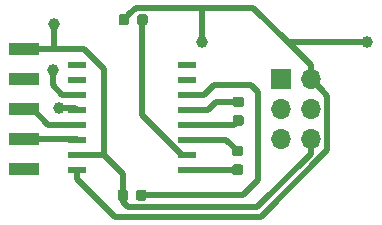
<source format=gbr>
G04 #@! TF.GenerationSoftware,KiCad,Pcbnew,5.0.1-33cea8e~68~ubuntu18.04.1*
G04 #@! TF.CreationDate,2018-10-31T23:38:40+01:00*
G04 #@! TF.ProjectId,tiny85 spi controller,74696E7938352073706920636F6E7472,rev?*
G04 #@! TF.SameCoordinates,PX76b1be0PY3ba3490*
G04 #@! TF.FileFunction,Copper,L1,Top,Signal*
G04 #@! TF.FilePolarity,Positive*
%FSLAX46Y46*%
G04 Gerber Fmt 4.6, Leading zero omitted, Abs format (unit mm)*
G04 Created by KiCad (PCBNEW 5.0.1-33cea8e~68~ubuntu18.04.1) date Wed 31 Oct 2018 11:38:40 PM CET*
%MOMM*%
%LPD*%
G01*
G04 APERTURE LIST*
G04 #@! TA.AperFunction,Conductor*
%ADD10C,0.100000*%
G04 #@! TD*
G04 #@! TA.AperFunction,SMDPad,CuDef*
%ADD11C,0.875000*%
G04 #@! TD*
G04 #@! TA.AperFunction,ComponentPad*
%ADD12R,1.700000X1.700000*%
G04 #@! TD*
G04 #@! TA.AperFunction,ComponentPad*
%ADD13O,1.700000X1.700000*%
G04 #@! TD*
G04 #@! TA.AperFunction,SMDPad,CuDef*
%ADD14R,2.500000X1.000000*%
G04 #@! TD*
G04 #@! TA.AperFunction,SMDPad,CuDef*
%ADD15R,1.500000X0.600000*%
G04 #@! TD*
G04 #@! TA.AperFunction,ViaPad*
%ADD16C,1.000000*%
G04 #@! TD*
G04 #@! TA.AperFunction,Conductor*
%ADD17C,0.500000*%
G04 #@! TD*
G04 APERTURE END LIST*
D10*
G04 #@! TO.N,Net-(C1-Pad2)*
G04 #@! TO.C,C1*
G36*
X10565191Y17606247D02*
X10586426Y17603097D01*
X10607250Y17597881D01*
X10627462Y17590649D01*
X10646868Y17581470D01*
X10665281Y17570434D01*
X10682524Y17557646D01*
X10698430Y17543230D01*
X10712846Y17527324D01*
X10725634Y17510081D01*
X10736670Y17491668D01*
X10745849Y17472262D01*
X10753081Y17452050D01*
X10758297Y17431226D01*
X10761447Y17409991D01*
X10762500Y17388550D01*
X10762500Y16876050D01*
X10761447Y16854609D01*
X10758297Y16833374D01*
X10753081Y16812550D01*
X10745849Y16792338D01*
X10736670Y16772932D01*
X10725634Y16754519D01*
X10712846Y16737276D01*
X10698430Y16721370D01*
X10682524Y16706954D01*
X10665281Y16694166D01*
X10646868Y16683130D01*
X10627462Y16673951D01*
X10607250Y16666719D01*
X10586426Y16661503D01*
X10565191Y16658353D01*
X10543750Y16657300D01*
X10106250Y16657300D01*
X10084809Y16658353D01*
X10063574Y16661503D01*
X10042750Y16666719D01*
X10022538Y16673951D01*
X10003132Y16683130D01*
X9984719Y16694166D01*
X9967476Y16706954D01*
X9951570Y16721370D01*
X9937154Y16737276D01*
X9924366Y16754519D01*
X9913330Y16772932D01*
X9904151Y16792338D01*
X9896919Y16812550D01*
X9891703Y16833374D01*
X9888553Y16854609D01*
X9887500Y16876050D01*
X9887500Y17388550D01*
X9888553Y17409991D01*
X9891703Y17431226D01*
X9896919Y17452050D01*
X9904151Y17472262D01*
X9913330Y17491668D01*
X9924366Y17510081D01*
X9937154Y17527324D01*
X9951570Y17543230D01*
X9967476Y17557646D01*
X9984719Y17570434D01*
X10003132Y17581470D01*
X10022538Y17590649D01*
X10042750Y17597881D01*
X10063574Y17603097D01*
X10084809Y17606247D01*
X10106250Y17607300D01*
X10543750Y17607300D01*
X10565191Y17606247D01*
X10565191Y17606247D01*
G37*
D11*
G04 #@! TD*
G04 #@! TO.P,C1,2*
G04 #@! TO.N,Net-(C1-Pad2)*
X10325000Y17132300D03*
D10*
G04 #@! TO.N,Net-(C1-Pad1)*
G04 #@! TO.C,C1*
G36*
X12140191Y17606247D02*
X12161426Y17603097D01*
X12182250Y17597881D01*
X12202462Y17590649D01*
X12221868Y17581470D01*
X12240281Y17570434D01*
X12257524Y17557646D01*
X12273430Y17543230D01*
X12287846Y17527324D01*
X12300634Y17510081D01*
X12311670Y17491668D01*
X12320849Y17472262D01*
X12328081Y17452050D01*
X12333297Y17431226D01*
X12336447Y17409991D01*
X12337500Y17388550D01*
X12337500Y16876050D01*
X12336447Y16854609D01*
X12333297Y16833374D01*
X12328081Y16812550D01*
X12320849Y16792338D01*
X12311670Y16772932D01*
X12300634Y16754519D01*
X12287846Y16737276D01*
X12273430Y16721370D01*
X12257524Y16706954D01*
X12240281Y16694166D01*
X12221868Y16683130D01*
X12202462Y16673951D01*
X12182250Y16666719D01*
X12161426Y16661503D01*
X12140191Y16658353D01*
X12118750Y16657300D01*
X11681250Y16657300D01*
X11659809Y16658353D01*
X11638574Y16661503D01*
X11617750Y16666719D01*
X11597538Y16673951D01*
X11578132Y16683130D01*
X11559719Y16694166D01*
X11542476Y16706954D01*
X11526570Y16721370D01*
X11512154Y16737276D01*
X11499366Y16754519D01*
X11488330Y16772932D01*
X11479151Y16792338D01*
X11471919Y16812550D01*
X11466703Y16833374D01*
X11463553Y16854609D01*
X11462500Y16876050D01*
X11462500Y17388550D01*
X11463553Y17409991D01*
X11466703Y17431226D01*
X11471919Y17452050D01*
X11479151Y17472262D01*
X11488330Y17491668D01*
X11499366Y17510081D01*
X11512154Y17527324D01*
X11526570Y17543230D01*
X11542476Y17557646D01*
X11559719Y17570434D01*
X11578132Y17581470D01*
X11597538Y17590649D01*
X11617750Y17597881D01*
X11638574Y17603097D01*
X11659809Y17606247D01*
X11681250Y17607300D01*
X12118750Y17607300D01*
X12140191Y17606247D01*
X12140191Y17606247D01*
G37*
D11*
G04 #@! TD*
G04 #@! TO.P,C1,1*
G04 #@! TO.N,Net-(C1-Pad1)*
X11900000Y17132300D03*
D10*
G04 #@! TO.N,Net-(C2-Pad1)*
G04 #@! TO.C,C2*
G36*
X20292891Y10621947D02*
X20314126Y10618797D01*
X20334950Y10613581D01*
X20355162Y10606349D01*
X20374568Y10597170D01*
X20392981Y10586134D01*
X20410224Y10573346D01*
X20426130Y10558930D01*
X20440546Y10543024D01*
X20453334Y10525781D01*
X20464370Y10507368D01*
X20473549Y10487962D01*
X20480781Y10467750D01*
X20485997Y10446926D01*
X20489147Y10425691D01*
X20490200Y10404250D01*
X20490200Y9966750D01*
X20489147Y9945309D01*
X20485997Y9924074D01*
X20480781Y9903250D01*
X20473549Y9883038D01*
X20464370Y9863632D01*
X20453334Y9845219D01*
X20440546Y9827976D01*
X20426130Y9812070D01*
X20410224Y9797654D01*
X20392981Y9784866D01*
X20374568Y9773830D01*
X20355162Y9764651D01*
X20334950Y9757419D01*
X20314126Y9752203D01*
X20292891Y9749053D01*
X20271450Y9748000D01*
X19758950Y9748000D01*
X19737509Y9749053D01*
X19716274Y9752203D01*
X19695450Y9757419D01*
X19675238Y9764651D01*
X19655832Y9773830D01*
X19637419Y9784866D01*
X19620176Y9797654D01*
X19604270Y9812070D01*
X19589854Y9827976D01*
X19577066Y9845219D01*
X19566030Y9863632D01*
X19556851Y9883038D01*
X19549619Y9903250D01*
X19544403Y9924074D01*
X19541253Y9945309D01*
X19540200Y9966750D01*
X19540200Y10404250D01*
X19541253Y10425691D01*
X19544403Y10446926D01*
X19549619Y10467750D01*
X19556851Y10487962D01*
X19566030Y10507368D01*
X19577066Y10525781D01*
X19589854Y10543024D01*
X19604270Y10558930D01*
X19620176Y10573346D01*
X19637419Y10586134D01*
X19655832Y10597170D01*
X19675238Y10606349D01*
X19695450Y10613581D01*
X19716274Y10618797D01*
X19737509Y10621947D01*
X19758950Y10623000D01*
X20271450Y10623000D01*
X20292891Y10621947D01*
X20292891Y10621947D01*
G37*
D11*
G04 #@! TD*
G04 #@! TO.P,C2,1*
G04 #@! TO.N,Net-(C2-Pad1)*
X20015200Y10185500D03*
D10*
G04 #@! TO.N,Net-(C2-Pad2)*
G04 #@! TO.C,C2*
G36*
X20292891Y9046947D02*
X20314126Y9043797D01*
X20334950Y9038581D01*
X20355162Y9031349D01*
X20374568Y9022170D01*
X20392981Y9011134D01*
X20410224Y8998346D01*
X20426130Y8983930D01*
X20440546Y8968024D01*
X20453334Y8950781D01*
X20464370Y8932368D01*
X20473549Y8912962D01*
X20480781Y8892750D01*
X20485997Y8871926D01*
X20489147Y8850691D01*
X20490200Y8829250D01*
X20490200Y8391750D01*
X20489147Y8370309D01*
X20485997Y8349074D01*
X20480781Y8328250D01*
X20473549Y8308038D01*
X20464370Y8288632D01*
X20453334Y8270219D01*
X20440546Y8252976D01*
X20426130Y8237070D01*
X20410224Y8222654D01*
X20392981Y8209866D01*
X20374568Y8198830D01*
X20355162Y8189651D01*
X20334950Y8182419D01*
X20314126Y8177203D01*
X20292891Y8174053D01*
X20271450Y8173000D01*
X19758950Y8173000D01*
X19737509Y8174053D01*
X19716274Y8177203D01*
X19695450Y8182419D01*
X19675238Y8189651D01*
X19655832Y8198830D01*
X19637419Y8209866D01*
X19620176Y8222654D01*
X19604270Y8237070D01*
X19589854Y8252976D01*
X19577066Y8270219D01*
X19566030Y8288632D01*
X19556851Y8308038D01*
X19549619Y8328250D01*
X19544403Y8349074D01*
X19541253Y8370309D01*
X19540200Y8391750D01*
X19540200Y8829250D01*
X19541253Y8850691D01*
X19544403Y8871926D01*
X19549619Y8892750D01*
X19556851Y8912962D01*
X19566030Y8932368D01*
X19577066Y8950781D01*
X19589854Y8968024D01*
X19604270Y8983930D01*
X19620176Y8998346D01*
X19637419Y9011134D01*
X19655832Y9022170D01*
X19675238Y9031349D01*
X19695450Y9038581D01*
X19716274Y9043797D01*
X19737509Y9046947D01*
X19758950Y9048000D01*
X20271450Y9048000D01*
X20292891Y9046947D01*
X20292891Y9046947D01*
G37*
D11*
G04 #@! TD*
G04 #@! TO.P,C2,2*
G04 #@! TO.N,Net-(C2-Pad2)*
X20015200Y8610500D03*
D10*
G04 #@! TO.N,GND*
G04 #@! TO.C,C3*
G36*
X10476291Y2759947D02*
X10497526Y2756797D01*
X10518350Y2751581D01*
X10538562Y2744349D01*
X10557968Y2735170D01*
X10576381Y2724134D01*
X10593624Y2711346D01*
X10609530Y2696930D01*
X10623946Y2681024D01*
X10636734Y2663781D01*
X10647770Y2645368D01*
X10656949Y2625962D01*
X10664181Y2605750D01*
X10669397Y2584926D01*
X10672547Y2563691D01*
X10673600Y2542250D01*
X10673600Y2029750D01*
X10672547Y2008309D01*
X10669397Y1987074D01*
X10664181Y1966250D01*
X10656949Y1946038D01*
X10647770Y1926632D01*
X10636734Y1908219D01*
X10623946Y1890976D01*
X10609530Y1875070D01*
X10593624Y1860654D01*
X10576381Y1847866D01*
X10557968Y1836830D01*
X10538562Y1827651D01*
X10518350Y1820419D01*
X10497526Y1815203D01*
X10476291Y1812053D01*
X10454850Y1811000D01*
X10017350Y1811000D01*
X9995909Y1812053D01*
X9974674Y1815203D01*
X9953850Y1820419D01*
X9933638Y1827651D01*
X9914232Y1836830D01*
X9895819Y1847866D01*
X9878576Y1860654D01*
X9862670Y1875070D01*
X9848254Y1890976D01*
X9835466Y1908219D01*
X9824430Y1926632D01*
X9815251Y1946038D01*
X9808019Y1966250D01*
X9802803Y1987074D01*
X9799653Y2008309D01*
X9798600Y2029750D01*
X9798600Y2542250D01*
X9799653Y2563691D01*
X9802803Y2584926D01*
X9808019Y2605750D01*
X9815251Y2625962D01*
X9824430Y2645368D01*
X9835466Y2663781D01*
X9848254Y2681024D01*
X9862670Y2696930D01*
X9878576Y2711346D01*
X9895819Y2724134D01*
X9914232Y2735170D01*
X9933638Y2744349D01*
X9953850Y2751581D01*
X9974674Y2756797D01*
X9995909Y2759947D01*
X10017350Y2761000D01*
X10454850Y2761000D01*
X10476291Y2759947D01*
X10476291Y2759947D01*
G37*
D11*
G04 #@! TD*
G04 #@! TO.P,C3,1*
G04 #@! TO.N,GND*
X10236100Y2286000D03*
D10*
G04 #@! TO.N,Net-(C3-Pad2)*
G04 #@! TO.C,C3*
G36*
X12051291Y2759947D02*
X12072526Y2756797D01*
X12093350Y2751581D01*
X12113562Y2744349D01*
X12132968Y2735170D01*
X12151381Y2724134D01*
X12168624Y2711346D01*
X12184530Y2696930D01*
X12198946Y2681024D01*
X12211734Y2663781D01*
X12222770Y2645368D01*
X12231949Y2625962D01*
X12239181Y2605750D01*
X12244397Y2584926D01*
X12247547Y2563691D01*
X12248600Y2542250D01*
X12248600Y2029750D01*
X12247547Y2008309D01*
X12244397Y1987074D01*
X12239181Y1966250D01*
X12231949Y1946038D01*
X12222770Y1926632D01*
X12211734Y1908219D01*
X12198946Y1890976D01*
X12184530Y1875070D01*
X12168624Y1860654D01*
X12151381Y1847866D01*
X12132968Y1836830D01*
X12113562Y1827651D01*
X12093350Y1820419D01*
X12072526Y1815203D01*
X12051291Y1812053D01*
X12029850Y1811000D01*
X11592350Y1811000D01*
X11570909Y1812053D01*
X11549674Y1815203D01*
X11528850Y1820419D01*
X11508638Y1827651D01*
X11489232Y1836830D01*
X11470819Y1847866D01*
X11453576Y1860654D01*
X11437670Y1875070D01*
X11423254Y1890976D01*
X11410466Y1908219D01*
X11399430Y1926632D01*
X11390251Y1946038D01*
X11383019Y1966250D01*
X11377803Y1987074D01*
X11374653Y2008309D01*
X11373600Y2029750D01*
X11373600Y2542250D01*
X11374653Y2563691D01*
X11377803Y2584926D01*
X11383019Y2605750D01*
X11390251Y2625962D01*
X11399430Y2645368D01*
X11410466Y2663781D01*
X11423254Y2681024D01*
X11437670Y2696930D01*
X11453576Y2711346D01*
X11470819Y2724134D01*
X11489232Y2735170D01*
X11508638Y2744349D01*
X11528850Y2751581D01*
X11549674Y2756797D01*
X11570909Y2759947D01*
X11592350Y2761000D01*
X12029850Y2761000D01*
X12051291Y2759947D01*
X12051291Y2759947D01*
G37*
D11*
G04 #@! TD*
G04 #@! TO.P,C3,2*
G04 #@! TO.N,Net-(C3-Pad2)*
X11811100Y2286000D03*
D10*
G04 #@! TO.N,Net-(C4-Pad2)*
G04 #@! TO.C,C4*
G36*
X20242091Y4881347D02*
X20263326Y4878197D01*
X20284150Y4872981D01*
X20304362Y4865749D01*
X20323768Y4856570D01*
X20342181Y4845534D01*
X20359424Y4832746D01*
X20375330Y4818330D01*
X20389746Y4802424D01*
X20402534Y4785181D01*
X20413570Y4766768D01*
X20422749Y4747362D01*
X20429981Y4727150D01*
X20435197Y4706326D01*
X20438347Y4685091D01*
X20439400Y4663650D01*
X20439400Y4226150D01*
X20438347Y4204709D01*
X20435197Y4183474D01*
X20429981Y4162650D01*
X20422749Y4142438D01*
X20413570Y4123032D01*
X20402534Y4104619D01*
X20389746Y4087376D01*
X20375330Y4071470D01*
X20359424Y4057054D01*
X20342181Y4044266D01*
X20323768Y4033230D01*
X20304362Y4024051D01*
X20284150Y4016819D01*
X20263326Y4011603D01*
X20242091Y4008453D01*
X20220650Y4007400D01*
X19708150Y4007400D01*
X19686709Y4008453D01*
X19665474Y4011603D01*
X19644650Y4016819D01*
X19624438Y4024051D01*
X19605032Y4033230D01*
X19586619Y4044266D01*
X19569376Y4057054D01*
X19553470Y4071470D01*
X19539054Y4087376D01*
X19526266Y4104619D01*
X19515230Y4123032D01*
X19506051Y4142438D01*
X19498819Y4162650D01*
X19493603Y4183474D01*
X19490453Y4204709D01*
X19489400Y4226150D01*
X19489400Y4663650D01*
X19490453Y4685091D01*
X19493603Y4706326D01*
X19498819Y4727150D01*
X19506051Y4747362D01*
X19515230Y4766768D01*
X19526266Y4785181D01*
X19539054Y4802424D01*
X19553470Y4818330D01*
X19569376Y4832746D01*
X19586619Y4845534D01*
X19605032Y4856570D01*
X19624438Y4865749D01*
X19644650Y4872981D01*
X19665474Y4878197D01*
X19686709Y4881347D01*
X19708150Y4882400D01*
X20220650Y4882400D01*
X20242091Y4881347D01*
X20242091Y4881347D01*
G37*
D11*
G04 #@! TD*
G04 #@! TO.P,C4,2*
G04 #@! TO.N,Net-(C4-Pad2)*
X19964400Y4444900D03*
D10*
G04 #@! TO.N,Net-(C4-Pad1)*
G04 #@! TO.C,C4*
G36*
X20242091Y6456347D02*
X20263326Y6453197D01*
X20284150Y6447981D01*
X20304362Y6440749D01*
X20323768Y6431570D01*
X20342181Y6420534D01*
X20359424Y6407746D01*
X20375330Y6393330D01*
X20389746Y6377424D01*
X20402534Y6360181D01*
X20413570Y6341768D01*
X20422749Y6322362D01*
X20429981Y6302150D01*
X20435197Y6281326D01*
X20438347Y6260091D01*
X20439400Y6238650D01*
X20439400Y5801150D01*
X20438347Y5779709D01*
X20435197Y5758474D01*
X20429981Y5737650D01*
X20422749Y5717438D01*
X20413570Y5698032D01*
X20402534Y5679619D01*
X20389746Y5662376D01*
X20375330Y5646470D01*
X20359424Y5632054D01*
X20342181Y5619266D01*
X20323768Y5608230D01*
X20304362Y5599051D01*
X20284150Y5591819D01*
X20263326Y5586603D01*
X20242091Y5583453D01*
X20220650Y5582400D01*
X19708150Y5582400D01*
X19686709Y5583453D01*
X19665474Y5586603D01*
X19644650Y5591819D01*
X19624438Y5599051D01*
X19605032Y5608230D01*
X19586619Y5619266D01*
X19569376Y5632054D01*
X19553470Y5646470D01*
X19539054Y5662376D01*
X19526266Y5679619D01*
X19515230Y5698032D01*
X19506051Y5717438D01*
X19498819Y5737650D01*
X19493603Y5758474D01*
X19490453Y5779709D01*
X19489400Y5801150D01*
X19489400Y6238650D01*
X19490453Y6260091D01*
X19493603Y6281326D01*
X19498819Y6302150D01*
X19506051Y6322362D01*
X19515230Y6341768D01*
X19526266Y6360181D01*
X19539054Y6377424D01*
X19553470Y6393330D01*
X19569376Y6407746D01*
X19586619Y6420534D01*
X19605032Y6431570D01*
X19624438Y6440749D01*
X19644650Y6447981D01*
X19665474Y6453197D01*
X19686709Y6456347D01*
X19708150Y6457400D01*
X20220650Y6457400D01*
X20242091Y6456347D01*
X20242091Y6456347D01*
G37*
D11*
G04 #@! TD*
G04 #@! TO.P,C4,1*
G04 #@! TO.N,Net-(C4-Pad1)*
X19964400Y6019900D03*
D12*
G04 #@! TO.P,J3,1*
G04 #@! TO.N,Net-(J3-Pad1)*
X23622000Y12090400D03*
D13*
G04 #@! TO.P,J3,2*
G04 #@! TO.N,Net-(C1-Pad2)*
X26162000Y12090400D03*
G04 #@! TO.P,J3,3*
G04 #@! TO.N,Net-(J3-Pad3)*
X23622000Y9550400D03*
G04 #@! TO.P,J3,4*
G04 #@! TO.N,Net-(J3-Pad4)*
X26162000Y9550400D03*
G04 #@! TO.P,J3,5*
G04 #@! TO.N,Net-(J3-Pad5)*
X23622000Y7010400D03*
G04 #@! TO.P,J3,6*
G04 #@! TO.N,GND*
X26162000Y7010400D03*
G04 #@! TD*
D14*
G04 #@! TO.P,J1,5*
G04 #@! TO.N,GND*
X1867400Y14630400D03*
G04 #@! TO.P,J1,4*
G04 #@! TO.N,Net-(J1-Pad4)*
X1867400Y12090400D03*
G04 #@! TO.P,J1,3*
G04 #@! TO.N,Net-(J1-Pad3)*
X1867400Y9550400D03*
G04 #@! TO.P,J1,2*
G04 #@! TO.N,Net-(J1-Pad2)*
X1867400Y7010400D03*
G04 #@! TO.P,J1,1*
G04 #@! TO.N,Net-(J1-Pad1)*
X1867400Y4470400D03*
G04 #@! TD*
D15*
G04 #@! TO.P,U1,1*
G04 #@! TO.N,Net-(C4-Pad2)*
X15673600Y4445000D03*
G04 #@! TO.P,U1,2*
G04 #@! TO.N,Net-(C1-Pad1)*
X15673600Y5715000D03*
G04 #@! TO.P,U1,3*
G04 #@! TO.N,Net-(C4-Pad1)*
X15673600Y6985000D03*
G04 #@! TO.P,U1,4*
G04 #@! TO.N,Net-(C2-Pad2)*
X15673600Y8255000D03*
G04 #@! TO.P,U1,5*
G04 #@! TO.N,Net-(C2-Pad1)*
X15673600Y9525000D03*
G04 #@! TO.P,U1,6*
G04 #@! TO.N,Net-(C3-Pad2)*
X15673600Y10795000D03*
G04 #@! TO.P,U1,7*
G04 #@! TO.N,Net-(U1-Pad7)*
X15673600Y12065000D03*
G04 #@! TO.P,U1,8*
G04 #@! TO.N,Net-(U1-Pad8)*
X15673600Y13335000D03*
G04 #@! TO.P,U1,9*
G04 #@! TO.N,Net-(U1-Pad9)*
X6373600Y13335000D03*
G04 #@! TO.P,U1,10*
G04 #@! TO.N,Net-(U1-Pad10)*
X6373600Y12065000D03*
G04 #@! TO.P,U1,11*
G04 #@! TO.N,Net-(U1-Pad11)*
X6373600Y10795000D03*
G04 #@! TO.P,U1,12*
G04 #@! TO.N,Net-(U1-Pad12)*
X6373600Y9525000D03*
G04 #@! TO.P,U1,13*
G04 #@! TO.N,Net-(J1-Pad3)*
X6373600Y8255000D03*
G04 #@! TO.P,U1,14*
G04 #@! TO.N,Net-(J1-Pad2)*
X6373600Y6985000D03*
G04 #@! TO.P,U1,15*
G04 #@! TO.N,GND*
X6373600Y5715000D03*
G04 #@! TO.P,U1,16*
G04 #@! TO.N,Net-(C1-Pad2)*
X6373600Y4445000D03*
G04 #@! TD*
D16*
G04 #@! TO.N,Net-(C1-Pad2)*
X16967200Y15290800D03*
X30937200Y15290800D03*
G04 #@! TO.N,GND*
X4419600Y16764000D03*
G04 #@! TO.N,Net-(U1-Pad11)*
X4318000Y12903200D03*
G04 #@! TO.N,Net-(U1-Pad12)*
X4817252Y9694052D03*
G04 #@! TD*
D17*
G04 #@! TO.N,Net-(C1-Pad2)*
X11350010Y18157310D02*
X10786612Y17593912D01*
X10786612Y17593912D02*
X10325000Y17132300D01*
X26162000Y12090400D02*
X26162000Y13292481D01*
X16967200Y15290800D02*
X16967200Y18106510D01*
X16967200Y18106510D02*
X17018000Y18157310D01*
X21297171Y18157310D02*
X17018000Y18157310D01*
X17018000Y18157310D02*
X11350010Y18157310D01*
X27011999Y11240401D02*
X26162000Y12090400D01*
X27562001Y10690399D02*
X27011999Y11240401D01*
X9557620Y460980D02*
X21946045Y460980D01*
X21946045Y460980D02*
X27562001Y6076936D01*
X6373600Y3645000D02*
X9557620Y460980D01*
X27562001Y6076936D02*
X27562001Y10690399D01*
X6373600Y4445000D02*
X6373600Y3645000D01*
X24231600Y15222881D02*
X30869281Y15222881D01*
X30869281Y15222881D02*
X30937200Y15290800D01*
X24231600Y15222881D02*
X21297171Y18157310D01*
X26162000Y13292481D02*
X24231600Y15222881D01*
G04 #@! TO.N,Net-(C1-Pad1)*
X11900000Y9038600D02*
X11900000Y16557300D01*
X11900000Y16557300D02*
X11900000Y17132300D01*
X15223600Y5715000D02*
X11900000Y9038600D01*
X15673600Y5715000D02*
X15223600Y5715000D01*
G04 #@! TO.N,Net-(C2-Pad1)*
X19440200Y10185500D02*
X20015200Y10185500D01*
X18122200Y10185500D02*
X19440200Y10185500D01*
X17449000Y9512300D02*
X18122200Y10185500D01*
X15699000Y9512300D02*
X17449000Y9512300D01*
G04 #@! TO.N,Net-(C2-Pad2)*
X19647000Y8242300D02*
X20015200Y8610500D01*
X15699000Y8242300D02*
X19647000Y8242300D01*
G04 #@! TO.N,GND*
X10236100Y4089500D02*
X10236100Y2286000D01*
X8636000Y5689600D02*
X10236100Y4089500D01*
X6373600Y5715000D02*
X6823600Y5715000D01*
X6849000Y5689600D02*
X8636000Y5689600D01*
X6823600Y5715000D02*
X6849000Y5689600D01*
X3617400Y14630400D02*
X1867400Y14630400D01*
X8636000Y12932602D02*
X6938202Y14630400D01*
X8636000Y5689600D02*
X8636000Y12932602D01*
X4419600Y14681200D02*
X4368800Y14630400D01*
X4419600Y16764000D02*
X4419600Y14681200D01*
X6938202Y14630400D02*
X4368800Y14630400D01*
X4368800Y14630400D02*
X3617400Y14630400D01*
X26162000Y5808319D02*
X26162000Y7010400D01*
X21614671Y1260990D02*
X26162000Y5808319D01*
X10686110Y1260990D02*
X21614671Y1260990D01*
X10236100Y1711000D02*
X10686110Y1260990D01*
X10236100Y2286000D02*
X10236100Y1711000D01*
G04 #@! TO.N,Net-(C3-Pad2)*
X11811100Y2286000D02*
X20421600Y2286000D01*
X20421600Y2286000D02*
X21691600Y3556000D01*
X21691600Y3556000D02*
X21691600Y11023600D01*
X21691600Y11023600D02*
X21082000Y11633200D01*
X21082000Y11633200D02*
X17932400Y11633200D01*
X17094200Y10795000D02*
X15673600Y10795000D01*
X17932400Y11633200D02*
X17094200Y10795000D01*
G04 #@! TO.N,Net-(C4-Pad2)*
X19951800Y4432300D02*
X19964400Y4444900D01*
X15699000Y4432300D02*
X19951800Y4432300D01*
G04 #@! TO.N,Net-(C4-Pad1)*
X19012000Y6972300D02*
X19964400Y6019900D01*
X15699000Y6972300D02*
X19012000Y6972300D01*
G04 #@! TO.N,Net-(J1-Pad2)*
X6348200Y7010400D02*
X6373600Y6985000D01*
X1867400Y7010400D02*
X6348200Y7010400D01*
G04 #@! TO.N,Net-(U1-Pad11)*
X5123600Y10795000D02*
X4318000Y11600600D01*
X6373600Y10795000D02*
X5123600Y10795000D01*
X4318000Y11600600D02*
X4318000Y12903200D01*
G04 #@! TO.N,Net-(U1-Pad12)*
X6204548Y9694052D02*
X6373600Y9525000D01*
X4817252Y9694052D02*
X6204548Y9694052D01*
G04 #@! TO.N,Net-(J1-Pad3)*
X5123600Y8255000D02*
X6373600Y8255000D01*
X3912800Y8255000D02*
X5123600Y8255000D01*
X2617400Y9550400D02*
X3912800Y8255000D01*
X1867400Y9550400D02*
X2617400Y9550400D01*
G04 #@! TD*
M02*

</source>
